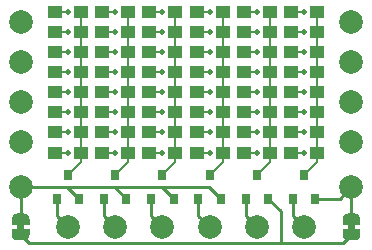
<source format=gtl>
%TF.GenerationSoftware,KiCad,Pcbnew,(5.1.9)-1*%
%TF.CreationDate,2022-09-01T14:45:20+02:00*%
%TF.ProjectId,decode,6465636f-6465-42e6-9b69-6361645f7063,rev?*%
%TF.SameCoordinates,Original*%
%TF.FileFunction,Copper,L1,Top*%
%TF.FilePolarity,Positive*%
%FSLAX46Y46*%
G04 Gerber Fmt 4.6, Leading zero omitted, Abs format (unit mm)*
G04 Created by KiCad (PCBNEW (5.1.9)-1) date 2022-09-01 14:45:20*
%MOMM*%
%LPD*%
G01*
G04 APERTURE LIST*
%TA.AperFunction,EtchedComponent*%
%ADD10C,0.100000*%
%TD*%
%TA.AperFunction,SMDPad,CuDef*%
%ADD11R,1.300000X1.000000*%
%TD*%
%TA.AperFunction,ComponentPad*%
%ADD12C,2.000000*%
%TD*%
%TA.AperFunction,SMDPad,CuDef*%
%ADD13R,0.800000X0.900000*%
%TD*%
%TA.AperFunction,SMDPad,CuDef*%
%ADD14C,0.100000*%
%TD*%
%TA.AperFunction,ViaPad*%
%ADD15C,0.500000*%
%TD*%
%TA.AperFunction,Conductor*%
%ADD16C,0.200000*%
%TD*%
%TA.AperFunction,Conductor*%
%ADD17C,0.250000*%
%TD*%
G04 APERTURE END LIST*
D10*
%TO.C,JP1*%
G36*
X184300000Y-72850000D02*
G01*
X184300000Y-72350000D01*
X183700000Y-72350000D01*
X183700000Y-72850000D01*
X184300000Y-72850000D01*
G37*
%TO.C,JP0*%
G36*
X155700000Y-72350000D02*
G01*
X155700000Y-72850000D01*
X156300000Y-72850000D01*
X156300000Y-72350000D01*
X155700000Y-72350000D01*
G37*
%TD*%
D11*
%TO.P,D57,2*%
%TO.N,/Y7*%
X178900000Y-66300000D03*
%TO.P,D57,1*%
%TO.N,/X5*%
X181100000Y-66300000D03*
%TD*%
%TO.P,D56,2*%
%TO.N,/Y6*%
X178900000Y-64600000D03*
%TO.P,D56,1*%
%TO.N,/X5*%
X181100000Y-64600000D03*
%TD*%
%TO.P,D55,2*%
%TO.N,/Y5*%
X178900000Y-62900000D03*
%TO.P,D55,1*%
%TO.N,/X5*%
X181100000Y-62900000D03*
%TD*%
%TO.P,D54,2*%
%TO.N,/Y4*%
X178900000Y-61200000D03*
%TO.P,D54,1*%
%TO.N,/X5*%
X181100000Y-61200000D03*
%TD*%
%TO.P,D53,2*%
%TO.N,/Y3*%
X178900000Y-59500000D03*
%TO.P,D53,1*%
%TO.N,/X5*%
X181100000Y-59500000D03*
%TD*%
%TO.P,D52,2*%
%TO.N,/Y2*%
X178900000Y-57800000D03*
%TO.P,D52,1*%
%TO.N,/X5*%
X181100000Y-57800000D03*
%TD*%
%TO.P,D51,2*%
%TO.N,/Y1*%
X178900000Y-56100000D03*
%TO.P,D51,1*%
%TO.N,/X5*%
X181100000Y-56100000D03*
%TD*%
%TO.P,D50,2*%
%TO.N,/Y0*%
X178900000Y-54400000D03*
%TO.P,D50,1*%
%TO.N,/X5*%
X181100000Y-54400000D03*
%TD*%
%TO.P,D47,2*%
%TO.N,/Y7*%
X174900000Y-66300000D03*
%TO.P,D47,1*%
%TO.N,/X4*%
X177100000Y-66300000D03*
%TD*%
%TO.P,D46,2*%
%TO.N,/Y6*%
X174900000Y-64600000D03*
%TO.P,D46,1*%
%TO.N,/X4*%
X177100000Y-64600000D03*
%TD*%
%TO.P,D45,2*%
%TO.N,/Y5*%
X174900000Y-62900000D03*
%TO.P,D45,1*%
%TO.N,/X4*%
X177100000Y-62900000D03*
%TD*%
%TO.P,D44,2*%
%TO.N,/Y4*%
X174900000Y-61200000D03*
%TO.P,D44,1*%
%TO.N,/X4*%
X177100000Y-61200000D03*
%TD*%
%TO.P,D43,2*%
%TO.N,/Y3*%
X174900000Y-59500000D03*
%TO.P,D43,1*%
%TO.N,/X4*%
X177100000Y-59500000D03*
%TD*%
%TO.P,D42,2*%
%TO.N,/Y2*%
X174900000Y-57800000D03*
%TO.P,D42,1*%
%TO.N,/X4*%
X177100000Y-57800000D03*
%TD*%
%TO.P,D41,2*%
%TO.N,/Y1*%
X174900000Y-56100000D03*
%TO.P,D41,1*%
%TO.N,/X4*%
X177100000Y-56100000D03*
%TD*%
%TO.P,D40,2*%
%TO.N,/Y0*%
X174900000Y-54400000D03*
%TO.P,D40,1*%
%TO.N,/X4*%
X177100000Y-54400000D03*
%TD*%
%TO.P,D37,2*%
%TO.N,/Y7*%
X170900000Y-66300000D03*
%TO.P,D37,1*%
%TO.N,/X3*%
X173100000Y-66300000D03*
%TD*%
%TO.P,D36,2*%
%TO.N,/Y6*%
X170900000Y-64600000D03*
%TO.P,D36,1*%
%TO.N,/X3*%
X173100000Y-64600000D03*
%TD*%
%TO.P,D35,2*%
%TO.N,/Y5*%
X170900000Y-62900000D03*
%TO.P,D35,1*%
%TO.N,/X3*%
X173100000Y-62900000D03*
%TD*%
%TO.P,D34,2*%
%TO.N,/Y4*%
X170900000Y-61200000D03*
%TO.P,D34,1*%
%TO.N,/X3*%
X173100000Y-61200000D03*
%TD*%
%TO.P,D33,2*%
%TO.N,/Y3*%
X170900000Y-59500000D03*
%TO.P,D33,1*%
%TO.N,/X3*%
X173100000Y-59500000D03*
%TD*%
%TO.P,D32,2*%
%TO.N,/Y2*%
X170900000Y-57800000D03*
%TO.P,D32,1*%
%TO.N,/X3*%
X173100000Y-57800000D03*
%TD*%
%TO.P,D31,2*%
%TO.N,/Y1*%
X170900000Y-56100000D03*
%TO.P,D31,1*%
%TO.N,/X3*%
X173100000Y-56100000D03*
%TD*%
%TO.P,D30,2*%
%TO.N,/Y0*%
X170900000Y-54400000D03*
%TO.P,D30,1*%
%TO.N,/X3*%
X173100000Y-54400000D03*
%TD*%
%TO.P,D27,2*%
%TO.N,/Y7*%
X166900000Y-66300000D03*
%TO.P,D27,1*%
%TO.N,/X2*%
X169100000Y-66300000D03*
%TD*%
%TO.P,D26,2*%
%TO.N,/Y6*%
X166900000Y-64600000D03*
%TO.P,D26,1*%
%TO.N,/X2*%
X169100000Y-64600000D03*
%TD*%
%TO.P,D25,2*%
%TO.N,/Y5*%
X166900000Y-62900000D03*
%TO.P,D25,1*%
%TO.N,/X2*%
X169100000Y-62900000D03*
%TD*%
%TO.P,D24,2*%
%TO.N,/Y4*%
X166900000Y-61200000D03*
%TO.P,D24,1*%
%TO.N,/X2*%
X169100000Y-61200000D03*
%TD*%
%TO.P,D23,2*%
%TO.N,/Y3*%
X166900000Y-59500000D03*
%TO.P,D23,1*%
%TO.N,/X2*%
X169100000Y-59500000D03*
%TD*%
%TO.P,D22,2*%
%TO.N,/Y2*%
X166900000Y-57800000D03*
%TO.P,D22,1*%
%TO.N,/X2*%
X169100000Y-57800000D03*
%TD*%
%TO.P,D21,2*%
%TO.N,/Y1*%
X166900000Y-56100000D03*
%TO.P,D21,1*%
%TO.N,/X2*%
X169100000Y-56100000D03*
%TD*%
%TO.P,D20,2*%
%TO.N,/Y0*%
X166900000Y-54400000D03*
%TO.P,D20,1*%
%TO.N,/X2*%
X169100000Y-54400000D03*
%TD*%
%TO.P,D17,2*%
%TO.N,/Y7*%
X162900000Y-66300000D03*
%TO.P,D17,1*%
%TO.N,/X1*%
X165100000Y-66300000D03*
%TD*%
%TO.P,D16,2*%
%TO.N,/Y6*%
X162900000Y-64600000D03*
%TO.P,D16,1*%
%TO.N,/X1*%
X165100000Y-64600000D03*
%TD*%
%TO.P,D15,2*%
%TO.N,/Y5*%
X162900000Y-62900000D03*
%TO.P,D15,1*%
%TO.N,/X1*%
X165100000Y-62900000D03*
%TD*%
%TO.P,D14,2*%
%TO.N,/Y4*%
X162900000Y-61200000D03*
%TO.P,D14,1*%
%TO.N,/X1*%
X165100000Y-61200000D03*
%TD*%
%TO.P,D13,2*%
%TO.N,/Y3*%
X162900000Y-59500000D03*
%TO.P,D13,1*%
%TO.N,/X1*%
X165100000Y-59500000D03*
%TD*%
%TO.P,D12,2*%
%TO.N,/Y2*%
X162900000Y-57800000D03*
%TO.P,D12,1*%
%TO.N,/X1*%
X165100000Y-57800000D03*
%TD*%
%TO.P,D11,2*%
%TO.N,/Y1*%
X162900000Y-56100000D03*
%TO.P,D11,1*%
%TO.N,/X1*%
X165100000Y-56100000D03*
%TD*%
%TO.P,D10,2*%
%TO.N,/Y0*%
X162900000Y-54400000D03*
%TO.P,D10,1*%
%TO.N,/X1*%
X165100000Y-54400000D03*
%TD*%
%TO.P,D7,2*%
%TO.N,/Y7*%
X158900000Y-66300000D03*
%TO.P,D7,1*%
%TO.N,/X0*%
X161100000Y-66300000D03*
%TD*%
%TO.P,D6,2*%
%TO.N,/Y6*%
X158900000Y-64600000D03*
%TO.P,D6,1*%
%TO.N,/X0*%
X161100000Y-64600000D03*
%TD*%
%TO.P,D5,2*%
%TO.N,/Y5*%
X158900000Y-62900000D03*
%TO.P,D5,1*%
%TO.N,/X0*%
X161100000Y-62900000D03*
%TD*%
%TO.P,D4,2*%
%TO.N,/Y4*%
X158900000Y-61200000D03*
%TO.P,D4,1*%
%TO.N,/X0*%
X161100000Y-61200000D03*
%TD*%
%TO.P,D3,2*%
%TO.N,/Y3*%
X158900000Y-59500000D03*
%TO.P,D3,1*%
%TO.N,/X0*%
X161100000Y-59500000D03*
%TD*%
%TO.P,D2,2*%
%TO.N,/Y2*%
X158900000Y-57800000D03*
%TO.P,D2,1*%
%TO.N,/X0*%
X161100000Y-57800000D03*
%TD*%
%TO.P,D1,2*%
%TO.N,/Y1*%
X158900000Y-56100000D03*
%TO.P,D1,1*%
%TO.N,/X0*%
X161100000Y-56100000D03*
%TD*%
%TO.P,D0,2*%
%TO.N,/Y0*%
X158900000Y-54400000D03*
%TO.P,D0,1*%
%TO.N,/X0*%
X161100000Y-54400000D03*
%TD*%
D12*
%TO.P,TP16,1*%
%TO.N,/I5*%
X184000000Y-69200000D03*
%TD*%
%TO.P,TP14,1*%
%TO.N,/I0-3*%
X156000000Y-69200000D03*
%TD*%
%TO.P,TP13,1*%
%TO.N,/C5*%
X180000000Y-72600000D03*
%TD*%
%TO.P,TP12,1*%
%TO.N,/C4*%
X176000000Y-72600000D03*
%TD*%
%TO.P,TP11,1*%
%TO.N,/C3*%
X172000000Y-72600000D03*
%TD*%
%TO.P,TP10,1*%
%TO.N,/C2*%
X168000000Y-72600000D03*
%TD*%
%TO.P,TP9,1*%
%TO.N,/C1*%
X164000000Y-72600000D03*
%TD*%
%TO.P,TP8,1*%
%TO.N,/C0*%
X160000000Y-72600000D03*
%TD*%
%TO.P,TP7,1*%
%TO.N,/Y7*%
X184000000Y-65450000D03*
%TD*%
%TO.P,TP6,1*%
%TO.N,/Y6*%
X156000000Y-65450000D03*
%TD*%
%TO.P,TP5,1*%
%TO.N,/Y5*%
X184000000Y-62050000D03*
%TD*%
%TO.P,TP4,1*%
%TO.N,/Y4*%
X156000000Y-62050000D03*
%TD*%
%TO.P,TP3,1*%
%TO.N,/Y3*%
X184000000Y-58650000D03*
%TD*%
%TO.P,TP2,1*%
%TO.N,/Y2*%
X156000000Y-58650000D03*
%TD*%
%TO.P,TP1,1*%
%TO.N,/Y1*%
X184000000Y-55250000D03*
%TD*%
%TO.P,TP0,1*%
%TO.N,/Y0*%
X156000000Y-55250000D03*
%TD*%
D13*
%TO.P,Q5,3*%
%TO.N,/X5*%
X180000000Y-68200000D03*
%TO.P,Q5,2*%
%TO.N,/I5*%
X180950000Y-70200000D03*
%TO.P,Q5,1*%
%TO.N,/C5*%
X179050000Y-70200000D03*
%TD*%
%TO.P,Q4,3*%
%TO.N,/X4*%
X176000000Y-68200000D03*
%TO.P,Q4,2*%
%TO.N,/I4*%
X176950000Y-70200000D03*
%TO.P,Q4,1*%
%TO.N,/C4*%
X175050000Y-70200000D03*
%TD*%
%TO.P,Q3,3*%
%TO.N,/X3*%
X172000000Y-68200000D03*
%TO.P,Q3,2*%
%TO.N,/I0-3*%
X172950000Y-70200000D03*
%TO.P,Q3,1*%
%TO.N,/C3*%
X171050000Y-70200000D03*
%TD*%
%TO.P,Q2,3*%
%TO.N,/X2*%
X168000000Y-68200000D03*
%TO.P,Q2,2*%
%TO.N,/I0-3*%
X168950000Y-70200000D03*
%TO.P,Q2,1*%
%TO.N,/C2*%
X167050000Y-70200000D03*
%TD*%
%TO.P,Q1,3*%
%TO.N,/X1*%
X164000000Y-68200000D03*
%TO.P,Q1,2*%
%TO.N,/I0-3*%
X164950000Y-70200000D03*
%TO.P,Q1,1*%
%TO.N,/C1*%
X163050000Y-70200000D03*
%TD*%
%TO.P,Q0,3*%
%TO.N,/X0*%
X160000000Y-68200000D03*
%TO.P,Q0,2*%
%TO.N,/I0-3*%
X160950000Y-70200000D03*
%TO.P,Q0,1*%
%TO.N,/C0*%
X159050000Y-70200000D03*
%TD*%
%TA.AperFunction,SMDPad,CuDef*%
D14*
%TO.P,JP1,1*%
%TO.N,/I5*%
G36*
X183250000Y-72450000D02*
G01*
X183250000Y-71950000D01*
X183250602Y-71950000D01*
X183250602Y-71925466D01*
X183255412Y-71876635D01*
X183264984Y-71828510D01*
X183279228Y-71781555D01*
X183298005Y-71736222D01*
X183321136Y-71692949D01*
X183348396Y-71652150D01*
X183379524Y-71614221D01*
X183414221Y-71579524D01*
X183452150Y-71548396D01*
X183492949Y-71521136D01*
X183536222Y-71498005D01*
X183581555Y-71479228D01*
X183628510Y-71464984D01*
X183676635Y-71455412D01*
X183725466Y-71450602D01*
X183750000Y-71450602D01*
X183750000Y-71450000D01*
X184250000Y-71450000D01*
X184250000Y-71450602D01*
X184274534Y-71450602D01*
X184323365Y-71455412D01*
X184371490Y-71464984D01*
X184418445Y-71479228D01*
X184463778Y-71498005D01*
X184507051Y-71521136D01*
X184547850Y-71548396D01*
X184585779Y-71579524D01*
X184620476Y-71614221D01*
X184651604Y-71652150D01*
X184678864Y-71692949D01*
X184701995Y-71736222D01*
X184720772Y-71781555D01*
X184735016Y-71828510D01*
X184744588Y-71876635D01*
X184749398Y-71925466D01*
X184749398Y-71950000D01*
X184750000Y-71950000D01*
X184750000Y-72450000D01*
X183250000Y-72450000D01*
G37*
%TD.AperFunction*%
%TA.AperFunction,SMDPad,CuDef*%
%TO.P,JP1,2*%
%TO.N,/I4*%
G36*
X184749398Y-73250000D02*
G01*
X184749398Y-73274534D01*
X184744588Y-73323365D01*
X184735016Y-73371490D01*
X184720772Y-73418445D01*
X184701995Y-73463778D01*
X184678864Y-73507051D01*
X184651604Y-73547850D01*
X184620476Y-73585779D01*
X184585779Y-73620476D01*
X184547850Y-73651604D01*
X184507051Y-73678864D01*
X184463778Y-73701995D01*
X184418445Y-73720772D01*
X184371490Y-73735016D01*
X184323365Y-73744588D01*
X184274534Y-73749398D01*
X184250000Y-73749398D01*
X184250000Y-73750000D01*
X183750000Y-73750000D01*
X183750000Y-73749398D01*
X183725466Y-73749398D01*
X183676635Y-73744588D01*
X183628510Y-73735016D01*
X183581555Y-73720772D01*
X183536222Y-73701995D01*
X183492949Y-73678864D01*
X183452150Y-73651604D01*
X183414221Y-73620476D01*
X183379524Y-73585779D01*
X183348396Y-73547850D01*
X183321136Y-73507051D01*
X183298005Y-73463778D01*
X183279228Y-73418445D01*
X183264984Y-73371490D01*
X183255412Y-73323365D01*
X183250602Y-73274534D01*
X183250602Y-73250000D01*
X183250000Y-73250000D01*
X183250000Y-72750000D01*
X184750000Y-72750000D01*
X184750000Y-73250000D01*
X184749398Y-73250000D01*
G37*
%TD.AperFunction*%
%TD*%
%TA.AperFunction,SMDPad,CuDef*%
%TO.P,JP0,1*%
%TO.N,/I4*%
G36*
X156750000Y-72750000D02*
G01*
X156750000Y-73250000D01*
X156749398Y-73250000D01*
X156749398Y-73274534D01*
X156744588Y-73323365D01*
X156735016Y-73371490D01*
X156720772Y-73418445D01*
X156701995Y-73463778D01*
X156678864Y-73507051D01*
X156651604Y-73547850D01*
X156620476Y-73585779D01*
X156585779Y-73620476D01*
X156547850Y-73651604D01*
X156507051Y-73678864D01*
X156463778Y-73701995D01*
X156418445Y-73720772D01*
X156371490Y-73735016D01*
X156323365Y-73744588D01*
X156274534Y-73749398D01*
X156250000Y-73749398D01*
X156250000Y-73750000D01*
X155750000Y-73750000D01*
X155750000Y-73749398D01*
X155725466Y-73749398D01*
X155676635Y-73744588D01*
X155628510Y-73735016D01*
X155581555Y-73720772D01*
X155536222Y-73701995D01*
X155492949Y-73678864D01*
X155452150Y-73651604D01*
X155414221Y-73620476D01*
X155379524Y-73585779D01*
X155348396Y-73547850D01*
X155321136Y-73507051D01*
X155298005Y-73463778D01*
X155279228Y-73418445D01*
X155264984Y-73371490D01*
X155255412Y-73323365D01*
X155250602Y-73274534D01*
X155250602Y-73250000D01*
X155250000Y-73250000D01*
X155250000Y-72750000D01*
X156750000Y-72750000D01*
G37*
%TD.AperFunction*%
%TA.AperFunction,SMDPad,CuDef*%
%TO.P,JP0,2*%
%TO.N,/I0-3*%
G36*
X155250602Y-71950000D02*
G01*
X155250602Y-71925466D01*
X155255412Y-71876635D01*
X155264984Y-71828510D01*
X155279228Y-71781555D01*
X155298005Y-71736222D01*
X155321136Y-71692949D01*
X155348396Y-71652150D01*
X155379524Y-71614221D01*
X155414221Y-71579524D01*
X155452150Y-71548396D01*
X155492949Y-71521136D01*
X155536222Y-71498005D01*
X155581555Y-71479228D01*
X155628510Y-71464984D01*
X155676635Y-71455412D01*
X155725466Y-71450602D01*
X155750000Y-71450602D01*
X155750000Y-71450000D01*
X156250000Y-71450000D01*
X156250000Y-71450602D01*
X156274534Y-71450602D01*
X156323365Y-71455412D01*
X156371490Y-71464984D01*
X156418445Y-71479228D01*
X156463778Y-71498005D01*
X156507051Y-71521136D01*
X156547850Y-71548396D01*
X156585779Y-71579524D01*
X156620476Y-71614221D01*
X156651604Y-71652150D01*
X156678864Y-71692949D01*
X156701995Y-71736222D01*
X156720772Y-71781555D01*
X156735016Y-71828510D01*
X156744588Y-71876635D01*
X156749398Y-71925466D01*
X156749398Y-71950000D01*
X156750000Y-71950000D01*
X156750000Y-72450000D01*
X155250000Y-72450000D01*
X155250000Y-71950000D01*
X155250602Y-71950000D01*
G37*
%TD.AperFunction*%
%TD*%
D15*
%TO.N,/Y0*%
X160000000Y-54400000D03*
X164000000Y-54400000D03*
X168000000Y-54400000D03*
X172000000Y-54400000D03*
X176000000Y-54400000D03*
X180000000Y-54400000D03*
%TO.N,/Y1*%
X160000000Y-56100000D03*
X164000000Y-56100000D03*
X168000000Y-56100000D03*
X172000000Y-56100000D03*
X176000000Y-56100000D03*
X180000000Y-56100000D03*
%TO.N,/Y2*%
X160000000Y-57800000D03*
X164000000Y-57800000D03*
X168000000Y-57800000D03*
X172000000Y-57800000D03*
X176000000Y-57800000D03*
X180000000Y-57800000D03*
%TO.N,/Y3*%
X160000000Y-59500000D03*
X164000000Y-59500000D03*
X168000000Y-59500000D03*
X172000000Y-59500000D03*
X176000000Y-59500000D03*
X180000000Y-59500000D03*
%TO.N,/Y4*%
X160000000Y-61200000D03*
X164000000Y-61200000D03*
X168000000Y-61200000D03*
X172000000Y-61200000D03*
X176000000Y-61200000D03*
X180000000Y-61200000D03*
%TO.N,/Y5*%
X160000000Y-62900000D03*
X164000000Y-62900000D03*
X168000000Y-62900000D03*
X172000000Y-62900000D03*
X176000000Y-62900000D03*
X180000000Y-62900000D03*
%TO.N,/Y6*%
X160000000Y-64600000D03*
X164000000Y-64600000D03*
X168000000Y-64600000D03*
X172000000Y-64600000D03*
X176000000Y-64600000D03*
X180000000Y-64600000D03*
%TO.N,/Y7*%
X160000000Y-66300000D03*
X164000000Y-66300000D03*
X168000000Y-66300000D03*
X172000000Y-66300000D03*
X176000000Y-66300000D03*
X180000000Y-66300000D03*
%TD*%
D16*
%TO.N,/Y0*%
X158850000Y-54400000D02*
X160000000Y-54400000D01*
X162850000Y-54400000D02*
X164000000Y-54400000D01*
X166850000Y-54400000D02*
X168000000Y-54400000D01*
X170850000Y-54400000D02*
X172000000Y-54400000D01*
X174850000Y-54400000D02*
X176000000Y-54400000D01*
X178850000Y-54400000D02*
X180000000Y-54400000D01*
%TO.N,/Y1*%
X158850000Y-56100000D02*
X160000000Y-56100000D01*
X162850000Y-56100000D02*
X164000000Y-56100000D01*
X166850000Y-56100000D02*
X168000000Y-56100000D01*
X170850000Y-56100000D02*
X172000000Y-56100000D01*
X174850000Y-56100000D02*
X176000000Y-56100000D01*
X178850000Y-56100000D02*
X180000000Y-56100000D01*
%TO.N,/Y2*%
X158850000Y-57800000D02*
X160000000Y-57800000D01*
X162850000Y-57800000D02*
X164000000Y-57800000D01*
X166850000Y-57800000D02*
X168000000Y-57800000D01*
X170850000Y-57800000D02*
X172000000Y-57800000D01*
X174850000Y-57800000D02*
X176000000Y-57800000D01*
X178850000Y-57800000D02*
X180000000Y-57800000D01*
%TO.N,/Y3*%
X158850000Y-59500000D02*
X160000000Y-59500000D01*
X162850000Y-59500000D02*
X164000000Y-59500000D01*
X166850000Y-59500000D02*
X168000000Y-59500000D01*
X170850000Y-59500000D02*
X172000000Y-59500000D01*
X174850000Y-59500000D02*
X176000000Y-59500000D01*
X178850000Y-59500000D02*
X180000000Y-59500000D01*
%TO.N,/Y4*%
X158850000Y-61200000D02*
X160000000Y-61200000D01*
X162850000Y-61200000D02*
X164000000Y-61200000D01*
X166850000Y-61200000D02*
X168000000Y-61200000D01*
X170850000Y-61200000D02*
X172000000Y-61200000D01*
X174850000Y-61200000D02*
X176000000Y-61200000D01*
X178850000Y-61200000D02*
X180000000Y-61200000D01*
%TO.N,/Y5*%
X158850000Y-62900000D02*
X160000000Y-62900000D01*
X162850000Y-62900000D02*
X164000000Y-62900000D01*
X166850000Y-62900000D02*
X168000000Y-62900000D01*
X170850000Y-62900000D02*
X172000000Y-62900000D01*
X174850000Y-62900000D02*
X176000000Y-62900000D01*
X178850000Y-62900000D02*
X180000000Y-62900000D01*
%TO.N,/Y6*%
X158850000Y-64600000D02*
X160000000Y-64600000D01*
X162850000Y-64600000D02*
X164000000Y-64600000D01*
X166850000Y-64600000D02*
X168000000Y-64600000D01*
X170850000Y-64600000D02*
X172000000Y-64600000D01*
X174850000Y-64600000D02*
X176000000Y-64600000D01*
X178850000Y-64600000D02*
X180000000Y-64600000D01*
%TO.N,/Y7*%
X158850000Y-66300000D02*
X160000000Y-66300000D01*
X162850000Y-66300000D02*
X164000000Y-66300000D01*
X166850000Y-66300000D02*
X168000000Y-66300000D01*
X170850000Y-66300000D02*
X172000000Y-66300000D01*
X174850000Y-66300000D02*
X176000000Y-66300000D01*
X178850000Y-66300000D02*
X180000000Y-66300000D01*
%TO.N,/X0*%
X161100000Y-67100000D02*
X160000000Y-68200000D01*
X161100000Y-54400000D02*
X161100000Y-67100000D01*
%TO.N,/X1*%
X165100000Y-67100000D02*
X164000000Y-68200000D01*
%TO.N,/X2*%
X169100000Y-67100000D02*
X168000000Y-68200000D01*
%TO.N,/X3*%
X173100000Y-67100000D02*
X172000000Y-68200000D01*
%TO.N,/X4*%
X177100000Y-67100000D02*
X176000000Y-68200000D01*
%TO.N,/X5*%
X181100000Y-67100000D02*
X180000000Y-68200000D01*
%TO.N,/X1*%
X165100000Y-54400000D02*
X165100000Y-67100000D01*
%TO.N,/X2*%
X169100000Y-54400000D02*
X169100000Y-67100000D01*
%TO.N,/X3*%
X173100000Y-54400000D02*
X173100000Y-67100000D01*
%TO.N,/X4*%
X177100000Y-54400000D02*
X177100000Y-67100000D01*
%TO.N,/X5*%
X181100000Y-54400000D02*
X181100000Y-67100000D01*
D17*
%TO.N,/I4*%
X156675001Y-73925001D02*
X156000000Y-73250000D01*
X183324999Y-73925001D02*
X184000000Y-73250000D01*
X177924999Y-73925001D02*
X156675001Y-73925001D01*
X176950000Y-70200000D02*
X178000000Y-71250000D01*
X178000000Y-71250000D02*
X178000000Y-73850000D01*
X177924999Y-73925001D02*
X183324999Y-73925001D01*
X178000000Y-73850000D02*
X177924999Y-73925001D01*
%TO.N,/I0-3*%
X156000000Y-69200000D02*
X158600000Y-69200000D01*
X162050000Y-69200000D02*
X166600000Y-69200000D01*
X156000000Y-69200000D02*
X156000000Y-71950000D01*
X171950000Y-69200000D02*
X166600000Y-69200000D01*
X172950000Y-70200000D02*
X171950000Y-69200000D01*
X167950000Y-69200000D02*
X166600000Y-69200000D01*
X168950000Y-70200000D02*
X167950000Y-69200000D01*
X163950000Y-69200000D02*
X162050000Y-69200000D01*
X164950000Y-70200000D02*
X163950000Y-69200000D01*
X160950000Y-70200000D02*
X159950000Y-69200000D01*
X158600000Y-69200000D02*
X162050000Y-69200000D01*
X159950000Y-69200000D02*
X158600000Y-69200000D01*
%TO.N,/I5*%
X184000000Y-69200000D02*
X184000000Y-71950000D01*
X183000001Y-70199999D02*
X184000000Y-69200000D01*
X180950000Y-70200000D02*
X183000001Y-70199999D01*
%TO.N,/C0*%
X159050000Y-71650000D02*
X160000000Y-72600000D01*
X159050000Y-70200000D02*
X159050000Y-71650000D01*
%TO.N,/C1*%
X163050000Y-71650000D02*
X164000000Y-72600000D01*
X163050000Y-70200000D02*
X163050000Y-71650000D01*
%TO.N,/C2*%
X167050000Y-71650000D02*
X168000000Y-72600000D01*
X167050000Y-70200000D02*
X167050000Y-71650000D01*
%TO.N,/C3*%
X171050000Y-71650000D02*
X172000000Y-72600000D01*
X171050000Y-70200000D02*
X171050000Y-71650000D01*
%TO.N,/C4*%
X175050000Y-71650000D02*
X176000000Y-72600000D01*
X175050000Y-70200000D02*
X175050000Y-71650000D01*
%TO.N,/C5*%
X179050000Y-71650000D02*
X180000000Y-72600000D01*
X179050000Y-70200000D02*
X179050000Y-71650000D01*
%TD*%
M02*

</source>
